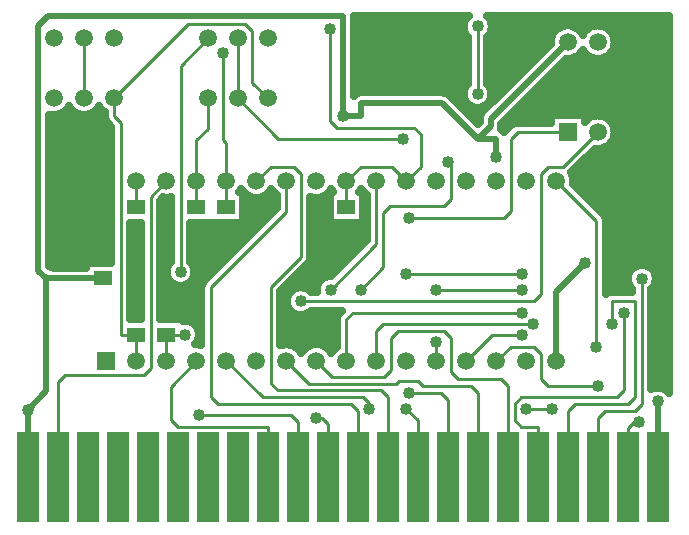
<source format=gbl>
G04 DipTrace 3.0.0.2*
G04 C64cart.GBL*
%MOMM*%
G04 #@! TF.FileFunction,Copper,L2,Bot*
G04 #@! TF.Part,Single*
G04 #@! TA.AperFunction,Conductor*
%ADD10C,0.25*%
%ADD13C,0.5*%
G04 #@! TA.AperFunction,CopperBalancing*
%ADD14C,0.635*%
G04 #@! TA.AperFunction,ComponentPad*
%ADD15R,1.5X1.5*%
%ADD16C,1.5*%
%ADD18C,1.5*%
%ADD19R,1.5X1.3*%
%ADD20R,1.91X7.62*%
G04 #@! TA.AperFunction,ViaPad*
%ADD21C,1.016*%
%FSLAX35Y35*%
G04*
G71*
G90*
G75*
G01*
G04 Bottom*
%LPD*%
X3534300Y2967000D2*
D10*
X5508300D1*
X5566300Y3025000D1*
Y4047800D1*
X5624300Y4105800D1*
X5756800D1*
X6049050Y4398050D1*
X4454000Y3669350D2*
X5254300D1*
X5312300Y3727350D1*
Y4340050D1*
X5370300Y4398050D1*
X5795050D1*
X2397800Y3985300D2*
X2264300Y3851800D1*
Y2398800D1*
X2206300Y2340800D1*
X1535050D1*
X1477050Y2282800D1*
Y1477050D1*
X4042300Y3063300D2*
X4233800Y3254800D1*
Y3716580D1*
X4291800Y3774580D1*
X4746300D1*
X4804300Y3832580D1*
Y4118850D1*
X4779050Y4144100D1*
X2143800Y3763050D2*
Y3985300D1*
X4683800Y3063300D2*
X5408600D1*
X4683800Y2620100D2*
Y2461300D1*
X6399350Y1941850D2*
X6353850D1*
X6303050Y1891050D1*
Y1477050D1*
X6423100Y3159600D2*
Y2096150D1*
X6365100Y2038150D1*
X6107050D1*
X6049050Y1980150D1*
Y1477050D1*
X4429800Y3197900D2*
X5408600D1*
X6172500Y2774400D2*
Y2967000D1*
X6365100D1*
Y2154150D1*
X6307100Y2096150D1*
X5853050D1*
X5795050Y2038150D1*
Y1477050D1*
X5503780Y2774400D2*
X4233800D1*
X4175800Y2716400D1*
Y2461300D1*
X6268800Y2870700D2*
Y2212150D1*
X6210800Y2154150D1*
X5403050D1*
X5345050Y2096150D1*
Y1961550D1*
X5403050Y1903550D1*
X5541050D1*
Y1477050D1*
X5408600Y2870700D2*
X3979800D1*
X3921800Y2812700D1*
Y2461300D1*
X3667800D2*
X3800950Y2328150D1*
X4238300D1*
X4296300Y2386150D1*
Y2658400D1*
X4354300Y2716400D1*
X4746300D1*
X4804300Y2658400D1*
Y2366460D1*
X4862300Y2308460D1*
X5229050D1*
X5287050Y2250460D1*
Y1477050D1*
X3413800Y2461300D2*
X3604950Y2270150D1*
X4344990D1*
X4363600Y2288760D1*
X4531150D1*
X4569450Y2250460D1*
X4975050D1*
X5033050Y2192460D1*
Y1477050D1*
X4454000Y2192460D2*
X4721050D1*
X4779050Y2134460D1*
Y1477050D1*
X4428750Y2057860D2*
X4525050Y1961560D1*
Y1477050D1*
X4113350Y2057860D2*
Y2103350D1*
X4062550Y2154150D1*
X3212950D1*
X2905800Y2461300D1*
X3159800Y3985300D2*
X3280300Y4105800D1*
X3476300D1*
X3534300Y4047800D1*
Y3340670D1*
X3280300Y3086670D1*
Y2270150D1*
X3338300Y2212150D1*
X4213050D1*
X4271050Y2154150D1*
Y1477050D1*
X3413800Y3985300D2*
Y3725300D1*
X2772300Y3083800D1*
Y2154150D1*
X2830300Y2096150D1*
X3959050D1*
X4017050Y2038150D1*
Y1477050D1*
X3788300Y3063300D2*
X4175800Y3450800D1*
Y3985300D1*
X3666750Y1980160D2*
X3712250D1*
X3763050Y1929360D1*
Y1477050D1*
X2676010Y1999850D2*
X3451050D1*
X3509050Y1941850D1*
Y1477050D1*
X2651800Y2461300D2*
X2435010Y2244510D1*
Y1961550D1*
X2493010Y1903550D1*
X3255050D1*
Y1477050D1*
X2905800Y3763050D2*
Y3985300D1*
Y4305930D1*
X2880550Y4331180D1*
Y5071300D1*
X2651800Y3763050D2*
Y3985300D1*
Y4328920D1*
X2747050Y4424170D1*
Y4683800D1*
Y5191800D2*
X2518300Y4963050D1*
Y3214650D1*
X2397800Y2461300D2*
Y2684050D1*
X2556600D1*
X3255050Y4683800D2*
X3121550Y4817300D1*
Y5254300D1*
X3063550Y5312300D1*
X2581800D1*
X1953300Y4683800D1*
X2143800Y2684050D2*
Y2461300D1*
X1953300Y4683800D2*
Y4533800D1*
X2010300Y4476800D1*
Y2684050D1*
X2143800D1*
X5408600Y2678100D2*
X5154600D1*
X4937800Y2461300D1*
X6049050Y2250470D2*
X5624300D1*
X5566300Y2308470D1*
Y2523800D1*
X5508300Y2581800D1*
X5312300D1*
X5191800Y2461300D1*
X5445800Y2057850D2*
X5662600D1*
X6037900Y2581800D2*
Y3647200D1*
X5699800Y3985300D1*
X1223050Y1477050D2*
D13*
Y2048550D1*
X5941600Y3287300D2*
X5699800Y3045500D1*
Y2461300D1*
X1223050Y2048550D2*
X1378300Y2203800D1*
Y3160300D1*
X1312300Y3226300D1*
Y5299800D1*
X1395300Y5382800D1*
X3890010D1*
Y4535500D1*
X4048800D1*
Y4644300D1*
X4730000D1*
X5033050Y4341250D1*
X5188310D1*
Y4188080D1*
X6557050Y2119250D2*
Y1477050D1*
X5795050Y5160050D2*
X5141850Y4506850D1*
Y4450050D1*
X5033050Y4341250D1*
X1378300Y3160300D2*
X1858050D1*
X4398050Y4341250D2*
D10*
X3343600D1*
X3001050Y4683800D1*
Y5191800D1*
X3781220Y5274000D2*
Y4495547D1*
X3839220Y4437550D1*
X4494350D1*
X4552350Y4379550D1*
Y4107850D1*
X4429800Y3985300D1*
X5033050Y4721350D2*
Y5293550D1*
X3921800Y3985300D2*
Y3763050D1*
X4429800Y3985300D2*
X4309300Y4105800D1*
X4042300D1*
X3921800Y3985300D1*
X1699300Y4683800D2*
Y5191800D1*
X2397800Y2874050D2*
D13*
Y3022850D1*
X1889800Y3985300D2*
Y3637300D1*
X3763000Y3573050D2*
X3921800D1*
X2143800Y2874050D2*
Y3163050D1*
X2905800Y3573050D2*
X3122600D1*
X2651800D2*
X2905800D1*
X2397800Y3022850D2*
X2568800D1*
X2651800Y3105850D1*
Y3573050D1*
X1889800Y3637300D2*
Y3527700D1*
X1858050Y3495950D1*
Y3350300D1*
X2143800Y3163050D2*
Y3573050D1*
D21*
X3534300Y2967000D3*
X4454000Y3669350D3*
X4779050Y4144100D3*
X4042300Y3063300D3*
X6399350Y1941850D3*
X5408600Y3063300D3*
X4683800D3*
Y2620100D3*
X6423100Y3159600D3*
X5408600Y3197900D3*
X4429800D3*
X6172500Y2774400D3*
X5503780D3*
X6268800Y2870700D3*
X5408600D3*
X4454000Y2192460D3*
X4428750Y2057860D3*
X4113350D3*
X3666750Y1980160D3*
X3788300Y3063300D3*
X2676010Y1999850D3*
X5408600Y2678100D3*
X6049050Y2250470D3*
X5662600Y2057850D3*
X5445800D3*
X6037900Y2581800D3*
X5188310Y4188080D3*
X3890010Y4535500D3*
X6557050Y2119250D3*
X5941600Y3287300D3*
X1223050Y2048550D3*
X4398050Y4341250D3*
X2880550Y5071300D3*
X2518300Y3214650D3*
X2556600Y2684050D3*
X3781220Y5274000D3*
X5033050Y5293550D3*
Y4721350D3*
X1889800Y3637300D3*
X3763000Y3573050D3*
X3122600D3*
X2397800Y3022850D3*
X2143800Y3163050D3*
X3988610Y5319133D2*
D14*
X4911420D1*
X5154680D2*
X6646013D1*
X3988610Y5255967D2*
X4914770D1*
X5151330D2*
X5683590D1*
X6160510D2*
X6646013D1*
X3988610Y5192800D2*
X4946890D1*
X5119210D2*
X5650227D1*
X6193873D2*
X6646013D1*
X3988610Y5129633D2*
X4946890D1*
X5119210D2*
X5627780D1*
X6194367D2*
X6646013D1*
X3988610Y5066467D2*
X4946890D1*
X5119210D2*
X5564650D1*
X6162617D2*
X6646013D1*
X3988610Y5003300D2*
X4946890D1*
X5119210D2*
X5501523D1*
X5775170D2*
X6646013D1*
X3988610Y4940133D2*
X4946890D1*
X5119210D2*
X5438273D1*
X5711917D2*
X6646013D1*
X3988610Y4876967D2*
X4946890D1*
X5119210D2*
X5375143D1*
X5648790D2*
X6646013D1*
X3988610Y4813800D2*
X4946890D1*
X5119210D2*
X5312017D1*
X5585660D2*
X6646013D1*
X3988610Y4750633D2*
X4912290D1*
X5153810D2*
X5248763D1*
X5522410D2*
X6646013D1*
X4823660Y4687467D2*
X4913530D1*
X5152570D2*
X5185637D1*
X5459280D2*
X6646013D1*
X4886790Y4624300D2*
X4959417D1*
X5396153D2*
X6646013D1*
X1523770Y4561133D2*
X1620830D1*
X1777770D2*
X1867140D1*
X4950040D2*
X5060870D1*
X5332900D2*
X6646013D1*
X1410907Y4497967D2*
X1875700D1*
X5269773D2*
X5646383D1*
X6156667D2*
X6646013D1*
X1410907Y4434800D2*
X1924193D1*
X5239140D2*
X5287957D1*
X6192880D2*
X6646013D1*
X1410907Y4371633D2*
X1924193D1*
X6195237D2*
X6646013D1*
X1410907Y4308467D2*
X1924193D1*
X6165967D2*
X6646013D1*
X1410907Y4245300D2*
X1924193D1*
X6015403D2*
X6646013D1*
X1410907Y4182133D2*
X1924193D1*
X5952273D2*
X6646013D1*
X1410907Y4118967D2*
X1924193D1*
X5889147D2*
X6646013D1*
X1410907Y4055800D2*
X1924193D1*
X5829740D2*
X6646013D1*
X1410907Y3992633D2*
X1924193D1*
X5848220D2*
X6646013D1*
X1410907Y3929467D2*
X1924193D1*
X5874760D2*
X6646013D1*
X1410907Y3866300D2*
X1924193D1*
X3244100D2*
X3327640D1*
X5937887D2*
X6646013D1*
X1410907Y3803133D2*
X1924193D1*
X2350387D2*
X2432193D1*
X3054467D2*
X3327640D1*
X3620387D2*
X3773133D1*
X6001140D2*
X6646013D1*
X1410907Y3739967D2*
X1924193D1*
X2350387D2*
X2432193D1*
X3054467D2*
X3309287D1*
X3620387D2*
X3773133D1*
X6064267D2*
X6646013D1*
X1410907Y3676800D2*
X1924193D1*
X2350387D2*
X2432193D1*
X3054467D2*
X3246157D1*
X3620387D2*
X3773133D1*
X6118343D2*
X6646013D1*
X1410907Y3613633D2*
X1924193D1*
X2096387D2*
X2178193D1*
X2350387D2*
X2432193D1*
X2604387D2*
X3183030D1*
X3620387D2*
X4089640D1*
X6124047D2*
X6646013D1*
X1410907Y3550467D2*
X1924193D1*
X2096387D2*
X2178193D1*
X2350387D2*
X2432193D1*
X2604387D2*
X3119777D1*
X3620387D2*
X4089640D1*
X6124047D2*
X6646013D1*
X1410907Y3487300D2*
X1924193D1*
X2096387D2*
X2178193D1*
X2350387D2*
X2432193D1*
X2604387D2*
X3056650D1*
X3620387D2*
X4089640D1*
X6124047D2*
X6646013D1*
X1410907Y3424133D2*
X1924193D1*
X2096387D2*
X2178193D1*
X2350387D2*
X2432193D1*
X2604387D2*
X2993523D1*
X3620387D2*
X4029987D1*
X6124047D2*
X6646013D1*
X1410907Y3360967D2*
X1924193D1*
X2096387D2*
X2178193D1*
X2350387D2*
X2432193D1*
X2604387D2*
X2930270D1*
X3620387D2*
X3966857D1*
X6124047D2*
X6646013D1*
X1410907Y3297800D2*
X1924193D1*
X2096387D2*
X2178193D1*
X2350387D2*
X2428100D1*
X2608480D2*
X2867143D1*
X3607860D2*
X3903607D1*
X6124047D2*
X6646013D1*
X2096387Y3234633D2*
X2178193D1*
X2350387D2*
X2395603D1*
X2641097D2*
X2804013D1*
X3547460D2*
X3840477D1*
X6124047D2*
X6325537D1*
X6520673D2*
X6646013D1*
X2096387Y3171467D2*
X2178193D1*
X2350387D2*
X2402053D1*
X2634523D2*
X2740763D1*
X3484207D2*
X3734563D1*
X6124047D2*
X6299243D1*
X6546967D2*
X6646013D1*
X2096387Y3108300D2*
X2178193D1*
X2350387D2*
X2460593D1*
X2575983D2*
X2690037D1*
X3421080D2*
X3672797D1*
X6124047D2*
X6310403D1*
X6535803D2*
X6646013D1*
X2096387Y3045133D2*
X2178193D1*
X2350387D2*
X2686193D1*
X3366387D2*
X3439387D1*
X6509263D2*
X6646013D1*
X2096387Y2981967D2*
X2178193D1*
X2350387D2*
X2686193D1*
X3366387D2*
X3410860D1*
X6509263D2*
X6646013D1*
X2096387Y2918800D2*
X2178193D1*
X2350387D2*
X2686193D1*
X3366387D2*
X3420163D1*
X6509263D2*
X6646013D1*
X2096387Y2855633D2*
X2178193D1*
X2350387D2*
X2686193D1*
X3366387D2*
X3488623D1*
X3579953D2*
X3848290D1*
X6509263D2*
X6646013D1*
X2609720Y2792467D2*
X2686193D1*
X3366387D2*
X3835640D1*
X6509263D2*
X6646013D1*
X3366387Y2729300D2*
X3835640D1*
X6509263D2*
X6646013D1*
X3366387Y2666133D2*
X3835640D1*
X6509263D2*
X6646013D1*
X3433497Y2602967D2*
X3648117D1*
X3687497D2*
X3835640D1*
X6509263D2*
X6646013D1*
X6509263Y2539800D2*
X6646013D1*
X6509263Y2476633D2*
X6646013D1*
X6509263Y2413467D2*
X6646013D1*
X6509263Y2350300D2*
X6646013D1*
X6509263Y2287133D2*
X6646013D1*
X2642687Y2603233D2*
X2662963Y2603150D1*
X2685017Y2599660D1*
X2692537Y2597537D1*
X2692757Y3090060D1*
X2696417Y3108457D1*
X2704267Y3125490D1*
X2715880Y3140220D1*
X2716510Y3140800D1*
X3334063Y3758403D1*
X3334010Y3867553D1*
X3321390Y3877103D1*
X3305603Y3892890D1*
X3292477Y3910953D1*
X3286580Y3920703D1*
X3274917Y3901663D1*
X3260413Y3884687D1*
X3243437Y3870183D1*
X3224397Y3858520D1*
X3203770Y3849973D1*
X3182060Y3844763D1*
X3159800Y3843010D1*
X3137540Y3844763D1*
X3115830Y3849973D1*
X3095203Y3858520D1*
X3076163Y3870183D1*
X3059187Y3884687D1*
X3044683Y3901663D1*
X3032817Y3921137D1*
X3020917Y3901663D1*
X3015917Y3895323D1*
X3048090Y3895340D1*
Y3630760D1*
X2598010D1*
X2598090Y3301757D1*
X2613837Y3284060D1*
X2623520Y3268263D1*
X2630610Y3251143D1*
X2634937Y3233123D1*
X2636390Y3214650D1*
X2634937Y3196177D1*
X2630610Y3178157D1*
X2623520Y3161037D1*
X2613837Y3145240D1*
X2601803Y3131147D1*
X2587710Y3119113D1*
X2571913Y3109430D1*
X2554793Y3102340D1*
X2536773Y3098013D1*
X2518300Y3096560D1*
X2499827Y3098013D1*
X2481807Y3102340D1*
X2464687Y3109430D1*
X2448890Y3119113D1*
X2434797Y3131147D1*
X2422763Y3145240D1*
X2413080Y3161037D1*
X2405990Y3178157D1*
X2401663Y3196177D1*
X2400210Y3214650D1*
X2401663Y3233123D1*
X2405990Y3251143D1*
X2413080Y3268263D1*
X2422763Y3284060D1*
X2434797Y3298153D1*
X2438547Y3301620D1*
X2438510Y3849030D1*
X2420060Y3844763D1*
X2397800Y3843010D1*
X2375540Y3844763D1*
X2370960Y3845673D1*
X2343983Y3818643D1*
X2344090Y2816327D1*
X2540090Y2816340D1*
Y2801083D1*
X2556600Y2802140D1*
X2575073Y2800687D1*
X2593093Y2796360D1*
X2610213Y2789270D1*
X2626010Y2779587D1*
X2640103Y2767553D1*
X2652137Y2753460D1*
X2661820Y2737663D1*
X2668910Y2720543D1*
X2673237Y2702523D1*
X2674690Y2684050D1*
X2673237Y2665577D1*
X2668910Y2647557D1*
X2661820Y2630437D1*
X2652137Y2614640D1*
X2642633Y2603287D1*
X3360043Y2593017D2*
X3380583Y2599660D1*
X3402637Y2603150D1*
X3424963D1*
X3447017Y2599660D1*
X3468253Y2592760D1*
X3488147Y2582623D1*
X3506210Y2569497D1*
X3521997Y2553710D1*
X3535123Y2535647D1*
X3541020Y2525897D1*
X3552683Y2544937D1*
X3567187Y2561913D1*
X3584163Y2576417D1*
X3603203Y2588080D1*
X3623830Y2596627D1*
X3645540Y2601837D1*
X3667800Y2603590D1*
X3690060Y2601837D1*
X3711770Y2596627D1*
X3732397Y2588080D1*
X3751437Y2576417D1*
X3768413Y2561913D1*
X3782917Y2544937D1*
X3794783Y2525463D1*
X3806683Y2544937D1*
X3821187Y2561913D1*
X3838163Y2576417D1*
X3842047Y2579010D1*
X3842257Y2818960D1*
X3845917Y2837357D1*
X3853767Y2854390D1*
X3865380Y2869120D1*
X3866010Y2869700D1*
X3883533Y2887273D1*
X3621283Y2887210D1*
X3610993Y2877203D1*
X3596003Y2866313D1*
X3579490Y2857900D1*
X3561867Y2852173D1*
X3543567Y2849273D1*
X3525033D1*
X3506733Y2852173D1*
X3489110Y2857900D1*
X3472597Y2866313D1*
X3457607Y2877203D1*
X3444503Y2890307D1*
X3433613Y2905297D1*
X3425200Y2921810D1*
X3419473Y2939433D1*
X3416573Y2957733D1*
Y2976267D1*
X3419473Y2994567D1*
X3425200Y3012190D1*
X3433613Y3028703D1*
X3444503Y3043693D1*
X3457607Y3056797D1*
X3472597Y3067687D1*
X3489110Y3076100D1*
X3506733Y3081827D1*
X3525033Y3084727D1*
X3543567D1*
X3561867Y3081827D1*
X3579490Y3076100D1*
X3596003Y3067687D1*
X3610993Y3056797D1*
X3621270Y3046753D1*
X3671347Y3046790D1*
X3670210Y3063300D1*
X3671663Y3081773D1*
X3675990Y3099793D1*
X3683080Y3116913D1*
X3692763Y3132710D1*
X3704797Y3146803D1*
X3718890Y3158837D1*
X3734687Y3168520D1*
X3751807Y3175610D1*
X3769827Y3179937D1*
X3788300Y3181390D1*
X3793403Y3181190D1*
X4096090Y3483930D1*
X4096010Y3867393D1*
X4075187Y3884687D1*
X4060683Y3901663D1*
X4048817Y3921137D1*
X4036917Y3901663D1*
X4031917Y3895323D1*
X4064090Y3895340D1*
Y3630760D1*
X3779510D1*
Y3895340D1*
X3811633D1*
X3800477Y3910953D1*
X3794580Y3920703D1*
X3782917Y3901663D1*
X3768413Y3884687D1*
X3751437Y3870183D1*
X3732397Y3858520D1*
X3711770Y3849973D1*
X3690060Y3844763D1*
X3667800Y3843010D1*
X3645540Y3844763D1*
X3623830Y3849973D1*
X3614043Y3853583D1*
X3613843Y3334410D1*
X3610187Y3316013D1*
X3602333Y3298980D1*
X3590720Y3284250D1*
X3590090Y3283667D1*
X3359987Y3053517D1*
X3360090Y2593180D1*
X5841650Y3974137D2*
X5839427Y3958460D1*
X6098573Y3699020D1*
X6108993Y3683423D1*
X6115487Y3665827D1*
X6117690Y3647200D1*
X6117657Y3646343D1*
X6117690Y3024973D1*
X6130810Y3035033D1*
X6147843Y3042883D1*
X6166240Y3046543D1*
X6343280Y3046790D1*
X6343310Y3072590D1*
X6333303Y3082907D1*
X6322413Y3097897D1*
X6314000Y3114410D1*
X6308273Y3132033D1*
X6305373Y3150333D1*
Y3168867D1*
X6308273Y3187167D1*
X6314000Y3204790D1*
X6322413Y3221303D1*
X6333303Y3236293D1*
X6346407Y3249397D1*
X6361397Y3260287D1*
X6377910Y3268700D1*
X6395533Y3274427D1*
X6413833Y3277327D1*
X6432367D1*
X6450667Y3274427D1*
X6468290Y3268700D1*
X6484803Y3260287D1*
X6499793Y3249397D1*
X6512897Y3236293D1*
X6523787Y3221303D1*
X6532200Y3204790D1*
X6537927Y3187167D1*
X6540827Y3168867D1*
Y3150333D1*
X6537927Y3132033D1*
X6532200Y3114410D1*
X6523787Y3097897D1*
X6512897Y3082907D1*
X6502853Y3072630D1*
X6503437Y2224470D1*
X6520557Y2231560D1*
X6538577Y2235887D1*
X6557050Y2237340D1*
X6575523Y2235887D1*
X6593543Y2231560D1*
X6610663Y2224470D1*
X6626460Y2214787D1*
X6640553Y2202753D1*
X6652340Y2188973D1*
X6652300Y5382300D1*
X5111060D1*
X5122847Y5370243D1*
X5133737Y5355253D1*
X5142150Y5338740D1*
X5147877Y5321117D1*
X5150777Y5302817D1*
Y5284283D1*
X5147877Y5265983D1*
X5142150Y5248360D1*
X5133737Y5231847D1*
X5122847Y5216857D1*
X5112803Y5206580D1*
X5112840Y4808493D1*
X5128587Y4790760D1*
X5138270Y4774963D1*
X5145360Y4757843D1*
X5149687Y4739823D1*
X5151140Y4721350D1*
X5149687Y4702877D1*
X5145360Y4684857D1*
X5138270Y4667737D1*
X5128587Y4651940D1*
X5116553Y4637847D1*
X5102460Y4625813D1*
X5086663Y4616130D1*
X5069543Y4609040D1*
X5051523Y4604713D1*
X5033050Y4603260D1*
X5014577Y4604713D1*
X4996557Y4609040D1*
X4979437Y4616130D1*
X4963640Y4625813D1*
X4949547Y4637847D1*
X4937513Y4651940D1*
X4927830Y4667737D1*
X4920740Y4684857D1*
X4916413Y4702877D1*
X4914960Y4721350D1*
X4916413Y4739823D1*
X4920740Y4757843D1*
X4927830Y4774963D1*
X4937513Y4790760D1*
X4949547Y4804853D1*
X4953297Y4808320D1*
X4953260Y5206407D1*
X4937513Y5224140D1*
X4927830Y5239937D1*
X4920740Y5257057D1*
X4916413Y5275077D1*
X4914960Y5293550D1*
X4916413Y5312023D1*
X4920740Y5330043D1*
X4927830Y5347163D1*
X4937513Y5362960D1*
X4949547Y5377053D1*
X4955267Y5382337D1*
X3982200Y5382300D1*
X3982300Y4708237D1*
X3994553Y4718963D1*
X4006900Y4726530D1*
X4020280Y4732073D1*
X4034363Y4735453D1*
X4048800Y4736590D1*
X4737240Y4736307D1*
X4751543Y4734040D1*
X4765317Y4729563D1*
X4778220Y4722990D1*
X4789937Y4714477D1*
X4952413Y4552403D1*
X5033007Y4471810D1*
X5049613Y4488330D1*
X5049843Y4514090D1*
X5052110Y4528393D1*
X5056583Y4542167D1*
X5063160Y4555070D1*
X5071673Y4566787D1*
X5323547Y4819067D1*
X5653200Y5148887D1*
Y5171213D1*
X5656690Y5193267D1*
X5663590Y5214503D1*
X5673727Y5234397D1*
X5686853Y5252460D1*
X5702640Y5268247D1*
X5720703Y5281373D1*
X5740597Y5291510D1*
X5761833Y5298410D1*
X5783887Y5301900D1*
X5806213D1*
X5828267Y5298410D1*
X5849503Y5291510D1*
X5869397Y5281373D1*
X5887460Y5268247D1*
X5903247Y5252460D1*
X5916373Y5234397D1*
X5922270Y5224647D1*
X5933933Y5243687D1*
X5948437Y5260663D1*
X5965413Y5275167D1*
X5984453Y5286830D1*
X6005080Y5295377D1*
X6026790Y5300587D1*
X6049050Y5302340D1*
X6071310Y5300587D1*
X6093020Y5295377D1*
X6113647Y5286830D1*
X6132687Y5275167D1*
X6149663Y5260663D1*
X6164167Y5243687D1*
X6175830Y5224647D1*
X6184377Y5204020D1*
X6189587Y5182310D1*
X6191340Y5160050D1*
X6189587Y5137790D1*
X6184377Y5116080D1*
X6175830Y5095453D1*
X6164167Y5076413D1*
X6149663Y5059437D1*
X6132687Y5044933D1*
X6113647Y5033270D1*
X6093020Y5024723D1*
X6071310Y5019513D1*
X6049050Y5017760D1*
X6026790Y5019513D1*
X6005080Y5024723D1*
X5984453Y5033270D1*
X5965413Y5044933D1*
X5948437Y5059437D1*
X5933933Y5076413D1*
X5922067Y5095887D1*
X5910167Y5076413D1*
X5895663Y5059437D1*
X5878687Y5044933D1*
X5859647Y5033270D1*
X5839020Y5024723D1*
X5817310Y5019513D1*
X5795050Y5017760D1*
X5783670Y5018223D1*
X5234060Y4468540D1*
X5233857Y4442810D1*
X5231320Y4427553D1*
X5230210Y4423480D1*
X5242557Y4415913D1*
X5253570Y4406510D1*
X5259100Y4400410D1*
X5318480Y4458723D1*
X5334077Y4469143D1*
X5351673Y4475637D1*
X5370300Y4477840D1*
X5371157Y4477807D1*
X5652760Y4478010D1*
Y4540340D1*
X5937340D1*
Y4486140D1*
X5948437Y4498663D1*
X5965413Y4513167D1*
X5984453Y4524830D1*
X6005080Y4533377D1*
X6026790Y4538587D1*
X6049050Y4540340D1*
X6071310Y4538587D1*
X6093020Y4533377D1*
X6113647Y4524830D1*
X6132687Y4513167D1*
X6149663Y4498663D1*
X6164167Y4481687D1*
X6175830Y4462647D1*
X6184377Y4442020D1*
X6189587Y4420310D1*
X6191340Y4398050D1*
X6189587Y4375790D1*
X6184377Y4354080D1*
X6175830Y4333453D1*
X6164167Y4314413D1*
X6149663Y4297437D1*
X6132687Y4282933D1*
X6113647Y4271270D1*
X6093020Y4262723D1*
X6071310Y4257513D1*
X6049050Y4255760D1*
X6026790Y4257513D1*
X6022210Y4258423D1*
X5821943Y4058103D1*
X5831260Y4039753D1*
X5838160Y4018517D1*
X5841650Y3996463D1*
Y3974137D1*
X1572283Y4619637D2*
X1560417Y4600163D1*
X1545913Y4583187D1*
X1528937Y4568683D1*
X1509897Y4557020D1*
X1489270Y4548473D1*
X1467560Y4543263D1*
X1445300Y4541510D1*
X1423040Y4543263D1*
X1404563Y4547563D1*
X1404590Y3264450D1*
X1441800Y3252590D1*
X1715767D1*
X1715760Y3292590D1*
X1930443D1*
X1930510Y4443820D1*
X1892627Y4481980D1*
X1882207Y4497577D1*
X1875713Y4515173D1*
X1873510Y4533800D1*
X1873543Y4534657D1*
X1873510Y4565923D1*
X1852687Y4583187D1*
X1838183Y4600163D1*
X1826317Y4619637D1*
X1814417Y4600163D1*
X1799913Y4583187D1*
X1782937Y4568683D1*
X1763897Y4557020D1*
X1743270Y4548473D1*
X1721560Y4543263D1*
X1699300Y4541510D1*
X1677040Y4543263D1*
X1655330Y4548473D1*
X1634703Y4557020D1*
X1615663Y4568683D1*
X1598687Y4583187D1*
X1584183Y4600163D1*
X1572317Y4619637D1*
X2089940Y2816340D2*
X2184443D1*
X2184510Y3630723D1*
X2090010Y3630760D1*
X2090090Y2816250D1*
D15*
X1889800Y2461300D3*
D16*
X2143800D3*
X2397800D3*
X2651800D3*
X2905800D3*
X3159800D3*
X3413800D3*
X3667800D3*
X3921800D3*
X4175800D3*
X4429800D3*
X4683800D3*
X4937800D3*
X5191800D3*
X5445800D3*
X5699800D3*
Y3985300D3*
X5445800D3*
X5191800D3*
X4937800D3*
X4683800D3*
X4429800D3*
X4175800D3*
X3921800D3*
X3667800D3*
X3413800D3*
X3159800D3*
X2905800D3*
X2651800D3*
X2397800D3*
X2143800D3*
X1889800D3*
D18*
X1445300Y4683800D3*
Y5191800D3*
X1699300Y4683800D3*
Y5191800D3*
X1953300Y4683800D3*
Y5191800D3*
X2747050Y4683800D3*
Y5191800D3*
X3001050Y4683800D3*
Y5191800D3*
X3255050Y4683800D3*
Y5191800D3*
D19*
X2143800Y2874050D3*
Y2684050D3*
X1858050Y3350300D3*
Y3160300D3*
X2397800Y2874050D3*
Y2684050D3*
X2651800Y3763050D3*
Y3573050D3*
X2905800Y3763050D3*
Y3573050D3*
X3921800Y3763050D3*
Y3573050D3*
X2143800Y3763050D3*
Y3573050D3*
D20*
X1223050Y1477050D3*
X1477050D3*
X1731050D3*
X1985050D3*
X2239050D3*
X2493050D3*
X2747050D3*
X3001050D3*
X3255050D3*
X3509050D3*
X3763050D3*
X4017050D3*
X4271050D3*
X4525050D3*
X4779050D3*
X5033050D3*
X5287050D3*
X5541050D3*
X5795050D3*
X6049050D3*
X6303050D3*
X6557050D3*
D15*
X5795050Y4398050D3*
D18*
X6049050D3*
Y5160050D3*
X5795050D3*
M02*

</source>
